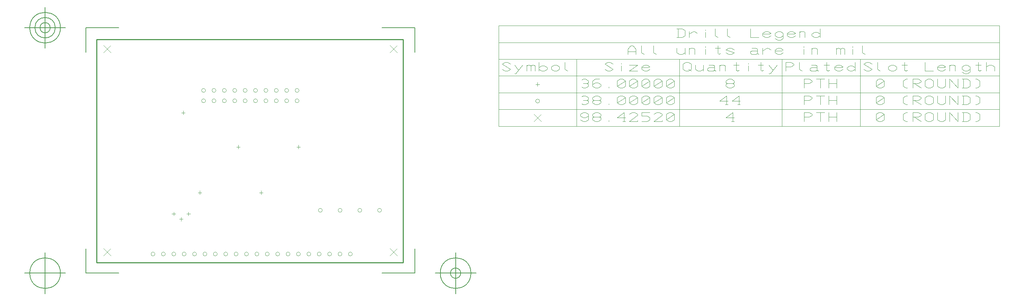
<source format=gbr>
G04 Generated by Ultiboard 13.0 *
%FSLAX25Y25*%
%MOIN*%

%ADD10C,0.00001*%
%ADD11C,0.00039*%
%ADD12C,0.00394*%
%ADD13C,0.01000*%
%ADD14C,0.00500*%


G04 ColorRGB 000000 for the following layer *
%LNDrill Symbols-Copper Top-Copper Bottom*%
%LPD*%
G54D11*
X97200Y69000D02*
X100800Y69000D01*
X99000Y67200D02*
X99000Y70800D01*
X156200Y69000D02*
X159800Y69000D01*
X158000Y67200D02*
X158000Y70800D01*
X136000Y111200D02*
X136000Y114800D01*
X134200Y113000D02*
X137800Y113000D01*
X192200Y113000D02*
X195800Y113000D01*
X194000Y111200D02*
X194000Y114800D01*
X81000Y41641D02*
X81000Y45241D01*
X79200Y43441D02*
X82800Y43441D01*
X72113Y48559D02*
X75713Y48559D01*
X73913Y46759D02*
X73913Y50359D01*
X88087Y46759D02*
X88087Y50359D01*
X86287Y48559D02*
X89887Y48559D01*
X213100Y52000D02*
G75*
D01*
G02X213100Y52000I1900J0*
G01*
X232100Y52000D02*
G75*
D01*
G02X232100Y52000I1900J0*
G01*
X251100Y52000D02*
G75*
D01*
G02X251100Y52000I1900J0*
G01*
X270100Y52000D02*
G75*
D01*
G02X270100Y52000I1900J0*
G01*
X130732Y157435D02*
G75*
D01*
G02X130732Y157435I1899J0*
G01*
X140732Y157435D02*
G75*
D01*
G02X140732Y157435I1899J0*
G01*
X150732Y157435D02*
G75*
D01*
G02X150732Y157435I1899J0*
G01*
X160732Y157435D02*
G75*
D01*
G02X160732Y157435I1899J0*
G01*
X170732Y157435D02*
G75*
D01*
G02X170732Y157435I1899J0*
G01*
X180732Y157435D02*
G75*
D01*
G02X180732Y157435I1899J0*
G01*
X190732Y157435D02*
G75*
D01*
G02X190732Y157435I1899J0*
G01*
X110732Y157435D02*
G75*
D01*
G02X110732Y157435I1899J0*
G01*
X190732Y167435D02*
G75*
D01*
G02X190732Y167435I1899J0*
G01*
X160732Y167435D02*
G75*
D01*
G02X160732Y167435I1899J0*
G01*
X170732Y167435D02*
G75*
D01*
G02X170732Y167435I1899J0*
G01*
X180732Y167435D02*
G75*
D01*
G02X180732Y167435I1899J0*
G01*
X140732Y167435D02*
G75*
D01*
G02X140732Y167435I1899J0*
G01*
X150732Y167435D02*
G75*
D01*
G02X150732Y167435I1899J0*
G01*
X130732Y167435D02*
G75*
D01*
G02X130732Y167435I1899J0*
G01*
X110732Y167435D02*
G75*
D01*
G02X110732Y167435I1899J0*
G01*
X120732Y167435D02*
G75*
D01*
G02X120732Y167435I1899J0*
G01*
X100732Y167435D02*
G75*
D01*
G02X100732Y167435I1899J0*
G01*
X120732Y157435D02*
G75*
D01*
G02X120732Y157435I1899J0*
G01*
X100732Y157435D02*
G75*
D01*
G02X100732Y157435I1899J0*
G01*
X132037Y9843D02*
G75*
D01*
G02X132037Y9843I1900J0*
G01*
X142037Y9843D02*
G75*
D01*
G02X142037Y9843I1900J0*
G01*
X152037Y9843D02*
G75*
D01*
G02X152037Y9843I1900J0*
G01*
X162037Y9843D02*
G75*
D01*
G02X162037Y9843I1900J0*
G01*
X172037Y9843D02*
G75*
D01*
G02X172037Y9843I1900J0*
G01*
X182037Y9843D02*
G75*
D01*
G02X182037Y9843I1900J0*
G01*
X192037Y9843D02*
G75*
D01*
G02X192037Y9843I1900J0*
G01*
X202037Y9843D02*
G75*
D01*
G02X202037Y9843I1900J0*
G01*
X212037Y9843D02*
G75*
D01*
G02X212037Y9843I1900J0*
G01*
X222037Y9843D02*
G75*
D01*
G02X222037Y9843I1900J0*
G01*
X232037Y9843D02*
G75*
D01*
G02X232037Y9843I1900J0*
G01*
X242037Y9843D02*
G75*
D01*
G02X242037Y9843I1900J0*
G01*
X62037Y9843D02*
G75*
D01*
G02X62037Y9843I1900J0*
G01*
X122037Y9843D02*
G75*
D01*
G02X122037Y9843I1900J0*
G01*
X52037Y9843D02*
G75*
D01*
G02X52037Y9843I1900J0*
G01*
X92037Y9843D02*
G75*
D01*
G02X92037Y9843I1900J0*
G01*
X72037Y9843D02*
G75*
D01*
G02X72037Y9843I1900J0*
G01*
X82037Y9843D02*
G75*
D01*
G02X82037Y9843I1900J0*
G01*
X112037Y9843D02*
G75*
D01*
G02X112037Y9843I1900J0*
G01*
X102037Y9843D02*
G75*
D01*
G02X102037Y9843I1900J0*
G01*
X83000Y144200D02*
X83000Y147800D01*
X81200Y146000D02*
X84800Y146000D01*
X422240Y157211D02*
G75*
D01*
G02X422240Y157211I1900J0*
G01*
X422340Y173353D02*
X425940Y173353D01*
X424140Y171553D02*
X424140Y175153D01*
G54D12*
X6363Y210960D02*
X13322Y204000D01*
X6363Y204000D02*
X13322Y210960D01*
X281953Y204000D02*
X288913Y210960D01*
X281953Y210960D02*
X288913Y204000D01*
X6363Y15291D02*
X13322Y8331D01*
X6363Y8331D02*
X13322Y15291D01*
X281953Y15291D02*
X288913Y8331D01*
X281953Y8331D02*
X288913Y15291D01*
X420660Y137589D02*
X427620Y144549D01*
X420660Y144549D02*
X427620Y137589D01*
X465216Y139382D02*
X467841Y137695D01*
X470466Y137695D01*
X473090Y139382D01*
X473090Y142757D01*
X473090Y144444D01*
X470466Y146131D01*
X467841Y146131D01*
X465216Y144444D01*
X465216Y142757D01*
X467841Y141069D01*
X470466Y141069D01*
X473090Y142757D01*
X482277Y137695D02*
X479652Y137695D01*
X477027Y139382D01*
X477027Y141069D01*
X478340Y141913D01*
X477027Y142757D01*
X477027Y144444D01*
X479652Y146131D01*
X482277Y146131D01*
X484901Y144444D01*
X484901Y142757D01*
X483589Y141913D01*
X484901Y141069D01*
X484901Y139382D01*
X482277Y137695D01*
X478340Y141913D02*
X483589Y141913D01*
X492775Y137695D02*
X492775Y138538D01*
X508523Y141069D02*
X500649Y141069D01*
X507211Y146131D01*
X507211Y137695D01*
X505899Y137695D02*
X508523Y137695D01*
X512460Y144444D02*
X515085Y146131D01*
X517710Y146131D01*
X520334Y144444D01*
X520334Y143600D01*
X512460Y137695D01*
X520334Y137695D01*
X520334Y138538D01*
X532145Y146131D02*
X524271Y146131D01*
X524271Y142757D01*
X529521Y142757D01*
X532145Y141069D01*
X532145Y139382D01*
X529521Y137695D01*
X524271Y137695D01*
X536082Y144444D02*
X538707Y146131D01*
X541332Y146131D01*
X543956Y144444D01*
X543956Y143600D01*
X536082Y137695D01*
X543956Y137695D01*
X543956Y138538D01*
X547893Y144444D02*
X550518Y146131D01*
X553143Y146131D01*
X555767Y144444D01*
X555767Y139382D01*
X553143Y137695D01*
X550518Y137695D01*
X547893Y139382D01*
X547893Y144444D01*
X555767Y144444D02*
X547893Y139382D01*
X613248Y141069D02*
X605374Y141069D01*
X611935Y146131D01*
X611935Y137695D01*
X610623Y137695D02*
X613248Y137695D01*
X680571Y137695D02*
X680571Y146131D01*
X685820Y146131D01*
X688445Y144444D01*
X688445Y143600D01*
X685820Y141913D01*
X680571Y141913D01*
X696319Y137695D02*
X696319Y146131D01*
X692382Y146131D02*
X700256Y146131D01*
X704193Y137695D02*
X704193Y146131D01*
X712067Y137695D02*
X712067Y146131D01*
X704193Y141913D02*
X712067Y141913D01*
X749862Y144444D02*
X752487Y146131D01*
X755111Y146131D01*
X757736Y144444D01*
X757736Y139382D01*
X755111Y137695D01*
X752487Y137695D01*
X749862Y139382D01*
X749862Y144444D01*
X757736Y144444D02*
X749862Y139382D01*
X780046Y137695D02*
X778733Y137695D01*
X776109Y139382D01*
X776109Y144444D01*
X778733Y146131D01*
X780046Y146131D01*
X785295Y137695D02*
X785295Y146131D01*
X790544Y146131D01*
X793169Y144444D01*
X793169Y143600D01*
X790544Y141913D01*
X785295Y141913D01*
X786607Y141913D02*
X793169Y137695D01*
X797106Y139382D02*
X799731Y137695D01*
X802355Y137695D01*
X804980Y139382D01*
X804980Y144444D01*
X802355Y146131D01*
X799731Y146131D01*
X797106Y144444D01*
X797106Y139382D01*
X808917Y146131D02*
X808917Y139382D01*
X811542Y137695D01*
X814166Y137695D01*
X816791Y139382D01*
X816791Y146131D01*
X820728Y137695D02*
X820728Y146131D01*
X828602Y137695D01*
X828602Y146131D01*
X832539Y137695D02*
X837788Y137695D01*
X840413Y139382D01*
X840413Y144444D01*
X837788Y146131D01*
X832539Y146131D01*
X833851Y146131D02*
X833851Y137695D01*
X845662Y146131D02*
X846975Y146131D01*
X849599Y144444D01*
X849599Y139382D01*
X846975Y137695D01*
X845662Y137695D01*
X466529Y161429D02*
X467841Y162273D01*
X470466Y162273D01*
X473090Y160586D01*
X473090Y158898D01*
X471778Y158055D01*
X473090Y157211D01*
X473090Y155524D01*
X470466Y153836D01*
X467841Y153836D01*
X466529Y154680D01*
X467841Y158055D02*
X471778Y158055D01*
X482277Y153836D02*
X479652Y153836D01*
X477027Y155524D01*
X477027Y157211D01*
X478340Y158055D01*
X477027Y158898D01*
X477027Y160586D01*
X479652Y162273D01*
X482277Y162273D01*
X484901Y160586D01*
X484901Y158898D01*
X483589Y158055D01*
X484901Y157211D01*
X484901Y155524D01*
X482277Y153836D01*
X478340Y158055D02*
X483589Y158055D01*
X492775Y153836D02*
X492775Y154680D01*
X500649Y160586D02*
X503274Y162273D01*
X505899Y162273D01*
X508523Y160586D01*
X508523Y155524D01*
X505899Y153836D01*
X503274Y153836D01*
X500649Y155524D01*
X500649Y160586D01*
X508523Y160586D02*
X500649Y155524D01*
X512460Y160586D02*
X515085Y162273D01*
X517710Y162273D01*
X520334Y160586D01*
X520334Y155524D01*
X517710Y153836D01*
X515085Y153836D01*
X512460Y155524D01*
X512460Y160586D01*
X520334Y160586D02*
X512460Y155524D01*
X524271Y160586D02*
X526896Y162273D01*
X529521Y162273D01*
X532145Y160586D01*
X532145Y155524D01*
X529521Y153836D01*
X526896Y153836D01*
X524271Y155524D01*
X524271Y160586D01*
X532145Y160586D02*
X524271Y155524D01*
X536082Y160586D02*
X538707Y162273D01*
X541332Y162273D01*
X543956Y160586D01*
X543956Y155524D01*
X541332Y153836D01*
X538707Y153836D01*
X536082Y155524D01*
X536082Y160586D01*
X543956Y160586D02*
X536082Y155524D01*
X547893Y160586D02*
X550518Y162273D01*
X553143Y162273D01*
X555767Y160586D01*
X555767Y155524D01*
X553143Y153836D01*
X550518Y153836D01*
X547893Y155524D01*
X547893Y160586D01*
X555767Y160586D02*
X547893Y155524D01*
X607342Y157211D02*
X599468Y157211D01*
X606030Y162273D01*
X606030Y153836D01*
X604718Y153836D02*
X607342Y153836D01*
X619153Y157211D02*
X611279Y157211D01*
X617841Y162273D01*
X617841Y153836D01*
X616529Y153836D02*
X619153Y153836D01*
X680571Y153836D02*
X680571Y162273D01*
X685820Y162273D01*
X688445Y160586D01*
X688445Y159742D01*
X685820Y158055D01*
X680571Y158055D01*
X696319Y153836D02*
X696319Y162273D01*
X692382Y162273D02*
X700256Y162273D01*
X704193Y153836D02*
X704193Y162273D01*
X712067Y153836D02*
X712067Y162273D01*
X704193Y158055D02*
X712067Y158055D01*
X749862Y160586D02*
X752487Y162273D01*
X755111Y162273D01*
X757736Y160586D01*
X757736Y155524D01*
X755111Y153836D01*
X752487Y153836D01*
X749862Y155524D01*
X749862Y160586D01*
X757736Y160586D02*
X749862Y155524D01*
X780046Y153836D02*
X778733Y153836D01*
X776109Y155524D01*
X776109Y160586D01*
X778733Y162273D01*
X780046Y162273D01*
X785295Y153836D02*
X785295Y162273D01*
X790544Y162273D01*
X793169Y160586D01*
X793169Y159742D01*
X790544Y158055D01*
X785295Y158055D01*
X786607Y158055D02*
X793169Y153836D01*
X797106Y155524D02*
X799731Y153836D01*
X802355Y153836D01*
X804980Y155524D01*
X804980Y160586D01*
X802355Y162273D01*
X799731Y162273D01*
X797106Y160586D01*
X797106Y155524D01*
X808917Y162273D02*
X808917Y155524D01*
X811542Y153836D01*
X814166Y153836D01*
X816791Y155524D01*
X816791Y162273D01*
X820728Y153836D02*
X820728Y162273D01*
X828602Y153836D01*
X828602Y162273D01*
X832539Y153836D02*
X837788Y153836D01*
X840413Y155524D01*
X840413Y160586D01*
X837788Y162273D01*
X832539Y162273D01*
X833851Y162273D02*
X833851Y153836D01*
X845662Y162273D02*
X846975Y162273D01*
X849599Y160586D01*
X849599Y155524D01*
X846975Y153836D01*
X845662Y153836D01*
X466529Y177571D02*
X467841Y178415D01*
X470466Y178415D01*
X473090Y176727D01*
X473090Y175040D01*
X471778Y174196D01*
X473090Y173353D01*
X473090Y171665D01*
X470466Y169978D01*
X467841Y169978D01*
X466529Y170822D01*
X467841Y174196D02*
X471778Y174196D01*
X483589Y178415D02*
X479652Y178415D01*
X477027Y176727D01*
X477027Y173353D01*
X477027Y171665D01*
X479652Y169978D01*
X482277Y169978D01*
X484901Y171665D01*
X484901Y173353D01*
X482277Y175040D01*
X479652Y175040D01*
X477027Y173353D01*
X492775Y169978D02*
X492775Y170822D01*
X500649Y176727D02*
X503274Y178415D01*
X505899Y178415D01*
X508523Y176727D01*
X508523Y171665D01*
X505899Y169978D01*
X503274Y169978D01*
X500649Y171665D01*
X500649Y176727D01*
X508523Y176727D02*
X500649Y171665D01*
X512460Y176727D02*
X515085Y178415D01*
X517710Y178415D01*
X520334Y176727D01*
X520334Y171665D01*
X517710Y169978D01*
X515085Y169978D01*
X512460Y171665D01*
X512460Y176727D01*
X520334Y176727D02*
X512460Y171665D01*
X524271Y176727D02*
X526896Y178415D01*
X529521Y178415D01*
X532145Y176727D01*
X532145Y171665D01*
X529521Y169978D01*
X526896Y169978D01*
X524271Y171665D01*
X524271Y176727D01*
X532145Y176727D02*
X524271Y171665D01*
X536082Y176727D02*
X538707Y178415D01*
X541332Y178415D01*
X543956Y176727D01*
X543956Y171665D01*
X541332Y169978D01*
X538707Y169978D01*
X536082Y171665D01*
X536082Y176727D01*
X543956Y176727D02*
X536082Y171665D01*
X547893Y176727D02*
X550518Y178415D01*
X553143Y178415D01*
X555767Y176727D01*
X555767Y171665D01*
X553143Y169978D01*
X550518Y169978D01*
X547893Y171665D01*
X547893Y176727D01*
X555767Y176727D02*
X547893Y171665D01*
X610623Y169978D02*
X607998Y169978D01*
X605374Y171665D01*
X605374Y173353D01*
X606686Y174196D01*
X605374Y175040D01*
X605374Y176727D01*
X607998Y178415D01*
X610623Y178415D01*
X613248Y176727D01*
X613248Y175040D01*
X611935Y174196D01*
X613248Y173353D01*
X613248Y171665D01*
X610623Y169978D01*
X606686Y174196D02*
X611935Y174196D01*
X680571Y169978D02*
X680571Y178415D01*
X685820Y178415D01*
X688445Y176727D01*
X688445Y175884D01*
X685820Y174196D01*
X680571Y174196D01*
X696319Y169978D02*
X696319Y178415D01*
X692382Y178415D02*
X700256Y178415D01*
X704193Y169978D02*
X704193Y178415D01*
X712067Y169978D02*
X712067Y178415D01*
X704193Y174196D02*
X712067Y174196D01*
X749862Y176727D02*
X752487Y178415D01*
X755111Y178415D01*
X757736Y176727D01*
X757736Y171665D01*
X755111Y169978D01*
X752487Y169978D01*
X749862Y171665D01*
X749862Y176727D01*
X757736Y176727D02*
X749862Y171665D01*
X780046Y169978D02*
X778733Y169978D01*
X776109Y171665D01*
X776109Y176727D01*
X778733Y178415D01*
X780046Y178415D01*
X785295Y169978D02*
X785295Y178415D01*
X790544Y178415D01*
X793169Y176727D01*
X793169Y175884D01*
X790544Y174196D01*
X785295Y174196D01*
X786607Y174196D02*
X793169Y169978D01*
X797106Y171665D02*
X799731Y169978D01*
X802355Y169978D01*
X804980Y171665D01*
X804980Y176727D01*
X802355Y178415D01*
X799731Y178415D01*
X797106Y176727D01*
X797106Y171665D01*
X808917Y178415D02*
X808917Y171665D01*
X811542Y169978D01*
X814166Y169978D01*
X816791Y171665D01*
X816791Y178415D01*
X820728Y169978D02*
X820728Y178415D01*
X828602Y169978D01*
X828602Y178415D01*
X832539Y169978D02*
X837788Y169978D01*
X840413Y171665D01*
X840413Y176727D01*
X837788Y178415D01*
X832539Y178415D01*
X833851Y178415D02*
X833851Y169978D01*
X845662Y178415D02*
X846975Y178415D01*
X849599Y176727D01*
X849599Y171665D01*
X846975Y169978D01*
X845662Y169978D01*
G04 ColorRGB 00FFFF for the following layer *
%LNBoard Outline*%
%LPD*%
G54D10*
G54D13*
X-500Y1575D02*
X294776Y1575D01*
X294776Y216535D01*
X-500Y216535D01*
X-500Y1575D01*
G54D14*
X-10557Y-8589D02*
X-10557Y15058D01*
X-10557Y-8589D02*
X21082Y-8589D01*
X305833Y-8589D02*
X274194Y-8589D01*
X305833Y-8589D02*
X305833Y15058D01*
X305833Y227880D02*
X305833Y204233D01*
X305833Y227880D02*
X274194Y227880D01*
X-10557Y227880D02*
X21082Y227880D01*
X-10557Y227880D02*
X-10557Y204233D01*
X-30243Y-8589D02*
X-69613Y-8589D01*
X-49928Y-28274D02*
X-49928Y11096D01*
X-64691Y-8589D02*
G75*
D01*
G02X-64691Y-8589I14763J0*
G01*
X325518Y-8589D02*
X364888Y-8589D01*
X345203Y-28274D02*
X345203Y11096D01*
X330439Y-8589D02*
G75*
D01*
G02X330439Y-8589I14764J0*
G01*
X340282Y-8589D02*
G75*
D01*
G02X340282Y-8589I4921J0*
G01*
X-30243Y227880D02*
X-69613Y227880D01*
X-49928Y208195D02*
X-49928Y247565D01*
X-64691Y227880D02*
G75*
D01*
G02X-64691Y227880I14763J0*
G01*
X-59770Y227880D02*
G75*
D01*
G02X-59770Y227880I9842J0*
G01*
X-54849Y227880D02*
G75*
D01*
G02X-54849Y227880I4921J0*
G01*
G04 ColorRGB 66FFCC for the following layer *
%LNLegend Description*%
%LPD*%
G54D12*
X386542Y132998D02*
X868825Y132998D01*
X868825Y229849D01*
X386542Y229849D01*
X386542Y132998D01*
X461739Y197565D02*
X461739Y132998D01*
X560557Y197565D02*
X560557Y132998D01*
X659376Y197565D02*
X659376Y132998D01*
X734573Y197565D02*
X734573Y132998D01*
X868825Y197565D02*
X868825Y132998D01*
X386542Y149140D02*
X868825Y149140D01*
X386542Y165282D02*
X868825Y165282D01*
X390019Y187807D02*
X392644Y186120D01*
X395269Y186120D01*
X397893Y187807D01*
X390019Y192869D01*
X392644Y194556D01*
X395269Y194556D01*
X397893Y192869D01*
X401830Y183589D02*
X403143Y183589D01*
X409704Y192025D01*
X401830Y192025D02*
X405767Y186964D01*
X413641Y186120D02*
X413641Y191182D01*
X413641Y192025D01*
X413641Y191182D02*
X414954Y192025D01*
X416266Y192025D01*
X417578Y191182D01*
X418891Y192025D01*
X420203Y192025D01*
X421515Y191182D01*
X421515Y186120D01*
X417578Y191182D02*
X417578Y186120D01*
X425452Y187807D02*
X428077Y186120D01*
X430702Y186120D01*
X433327Y187807D01*
X433327Y189494D01*
X430702Y191182D01*
X428077Y191182D01*
X425452Y189494D01*
X425452Y194556D02*
X425452Y186120D01*
X437264Y187807D02*
X439888Y186120D01*
X442513Y186120D01*
X445138Y187807D01*
X445138Y190338D01*
X442513Y192025D01*
X439888Y192025D01*
X437264Y190338D01*
X437264Y187807D01*
X450387Y194556D02*
X450387Y187807D01*
X453012Y186120D01*
X386542Y181424D02*
X868825Y181424D01*
X488838Y187807D02*
X491463Y186120D01*
X494088Y186120D01*
X496712Y187807D01*
X488838Y192869D01*
X491463Y194556D01*
X494088Y194556D01*
X496712Y192869D01*
X504586Y186120D02*
X504586Y191182D01*
X504586Y192869D02*
X504586Y193713D01*
X512460Y192025D02*
X520334Y192025D01*
X512460Y186120D01*
X520334Y186120D01*
X532145Y187807D02*
X529521Y186120D01*
X526896Y186120D01*
X524271Y187807D01*
X524271Y190338D01*
X526896Y192025D01*
X529521Y192025D01*
X532145Y190338D01*
X530833Y189494D01*
X524271Y189494D01*
X564035Y187807D02*
X566660Y186120D01*
X569285Y186120D01*
X571909Y187807D01*
X571909Y192869D01*
X569285Y194556D01*
X566660Y194556D01*
X564035Y192869D01*
X564035Y187807D01*
X569285Y187807D02*
X571909Y186120D01*
X575846Y192025D02*
X575846Y187807D01*
X578471Y186120D01*
X581096Y186120D01*
X583720Y187807D01*
X583720Y192025D01*
X583720Y187807D02*
X583720Y186120D01*
X588970Y192025D02*
X592907Y192025D01*
X594219Y191182D01*
X594219Y186964D01*
X592907Y186120D01*
X588970Y186120D01*
X587657Y186964D01*
X587657Y188651D01*
X588970Y189494D01*
X594219Y189494D01*
X594219Y186964D02*
X595531Y186120D01*
X599468Y186120D02*
X599468Y191182D01*
X599468Y192025D01*
X599468Y191182D02*
X600781Y192025D01*
X603405Y192025D01*
X604718Y191182D01*
X604718Y186120D01*
X617841Y186964D02*
X616529Y186120D01*
X615216Y186964D01*
X615216Y194556D01*
X612592Y192025D02*
X617841Y192025D01*
X627027Y186120D02*
X627027Y191182D01*
X627027Y192869D02*
X627027Y193713D01*
X641463Y186964D02*
X640151Y186120D01*
X638838Y186964D01*
X638838Y194556D01*
X636214Y192025D02*
X641463Y192025D01*
X646712Y183589D02*
X648025Y183589D01*
X654586Y192025D01*
X646712Y192025D02*
X650649Y186964D01*
X662854Y186120D02*
X662854Y194556D01*
X668103Y194556D01*
X670728Y192869D01*
X670728Y192025D01*
X668103Y190338D01*
X662854Y190338D01*
X675977Y194556D02*
X675977Y187807D01*
X678602Y186120D01*
X687788Y192025D02*
X691725Y192025D01*
X693038Y191182D01*
X693038Y186964D01*
X691725Y186120D01*
X687788Y186120D01*
X686476Y186964D01*
X686476Y188651D01*
X687788Y189494D01*
X693038Y189494D01*
X693038Y186964D02*
X694350Y186120D01*
X704849Y186964D02*
X703536Y186120D01*
X702224Y186964D01*
X702224Y194556D01*
X699599Y192025D02*
X704849Y192025D01*
X717972Y187807D02*
X715348Y186120D01*
X712723Y186120D01*
X710098Y187807D01*
X710098Y190338D01*
X712723Y192025D01*
X715348Y192025D01*
X717972Y190338D01*
X716660Y189494D01*
X710098Y189494D01*
X729783Y187807D02*
X727159Y186120D01*
X724534Y186120D01*
X721909Y187807D01*
X721909Y189494D01*
X724534Y191182D01*
X727159Y191182D01*
X729783Y189494D01*
X729783Y194556D02*
X729783Y186120D01*
X738051Y187807D02*
X740676Y186120D01*
X743300Y186120D01*
X745925Y187807D01*
X738051Y192869D01*
X740676Y194556D01*
X743300Y194556D01*
X745925Y192869D01*
X751174Y194556D02*
X751174Y187807D01*
X753799Y186120D01*
X761673Y187807D02*
X764298Y186120D01*
X766922Y186120D01*
X769547Y187807D01*
X769547Y190338D01*
X766922Y192025D01*
X764298Y192025D01*
X761673Y190338D01*
X761673Y187807D01*
X780046Y186964D02*
X778733Y186120D01*
X777421Y186964D01*
X777421Y194556D01*
X774796Y192025D02*
X780046Y192025D01*
X797106Y194556D02*
X797106Y186120D01*
X804980Y186120D01*
X816791Y187807D02*
X814166Y186120D01*
X811542Y186120D01*
X808917Y187807D01*
X808917Y190338D01*
X811542Y192025D01*
X814166Y192025D01*
X816791Y190338D01*
X815479Y189494D01*
X808917Y189494D01*
X820728Y186120D02*
X820728Y191182D01*
X820728Y192025D01*
X820728Y191182D02*
X822040Y192025D01*
X824665Y192025D01*
X825977Y191182D01*
X825977Y186120D01*
X832539Y185276D02*
X835164Y183589D01*
X837788Y183589D01*
X840413Y185276D01*
X840413Y187807D01*
X840413Y190338D01*
X837788Y192025D01*
X835164Y192025D01*
X832539Y190338D01*
X832539Y187807D01*
X835164Y186120D01*
X837788Y186120D01*
X840413Y187807D01*
X850912Y186964D02*
X849599Y186120D01*
X848287Y186964D01*
X848287Y194556D01*
X845662Y192025D02*
X850912Y192025D01*
X856161Y190338D02*
X858786Y192025D01*
X861410Y192025D01*
X864035Y190338D01*
X864035Y186120D01*
X856161Y194556D02*
X856161Y186120D01*
X386542Y197565D02*
X868825Y197565D01*
X510886Y202262D02*
X510886Y207324D01*
X513510Y210698D01*
X516135Y210698D01*
X518760Y207324D01*
X518760Y202262D01*
X510886Y204793D02*
X518760Y204793D01*
X524009Y210698D02*
X524009Y203949D01*
X526634Y202262D01*
X535820Y210698D02*
X535820Y203949D01*
X538445Y202262D01*
X558130Y208167D02*
X558130Y203949D01*
X560754Y202262D01*
X563379Y202262D01*
X566004Y203949D01*
X566004Y208167D01*
X566004Y203949D02*
X566004Y202262D01*
X569941Y202262D02*
X569941Y207324D01*
X569941Y208167D01*
X569941Y207324D02*
X571253Y208167D01*
X573878Y208167D01*
X575190Y207324D01*
X575190Y202262D01*
X585689Y202262D02*
X585689Y207324D01*
X585689Y209011D02*
X585689Y209854D01*
X600124Y203105D02*
X598812Y202262D01*
X597500Y203105D01*
X597500Y210698D01*
X594875Y208167D02*
X600124Y208167D01*
X605374Y203949D02*
X607998Y202262D01*
X610623Y202262D01*
X613248Y203949D01*
X605374Y206480D01*
X607998Y208167D01*
X610623Y208167D01*
X613248Y206480D01*
X630308Y208167D02*
X634245Y208167D01*
X635557Y207324D01*
X635557Y203105D01*
X634245Y202262D01*
X630308Y202262D01*
X628996Y203105D01*
X628996Y204793D01*
X630308Y205636D01*
X635557Y205636D01*
X635557Y203105D02*
X636870Y202262D01*
X640807Y205636D02*
X644744Y208167D01*
X646056Y208167D01*
X648681Y206480D01*
X640807Y202262D02*
X640807Y208167D01*
X660492Y203949D02*
X657867Y202262D01*
X655243Y202262D01*
X652618Y203949D01*
X652618Y206480D01*
X655243Y208167D01*
X657867Y208167D01*
X660492Y206480D01*
X659180Y205636D01*
X652618Y205636D01*
X680177Y202262D02*
X680177Y207324D01*
X680177Y209011D02*
X680177Y209854D01*
X688051Y202262D02*
X688051Y207324D01*
X688051Y208167D01*
X688051Y207324D02*
X689363Y208167D01*
X691988Y208167D01*
X693300Y207324D01*
X693300Y202262D01*
X711673Y202262D02*
X711673Y207324D01*
X711673Y208167D01*
X711673Y207324D02*
X712985Y208167D01*
X714298Y208167D01*
X715610Y207324D01*
X716922Y208167D01*
X718235Y208167D01*
X719547Y207324D01*
X719547Y202262D01*
X715610Y207324D02*
X715610Y202262D01*
X727421Y202262D02*
X727421Y207324D01*
X727421Y209011D02*
X727421Y209854D01*
X736607Y210698D02*
X736607Y203949D01*
X739232Y202262D01*
X386542Y213707D02*
X868825Y213707D01*
X558130Y218403D02*
X563379Y218403D01*
X566004Y220091D01*
X566004Y225153D01*
X563379Y226840D01*
X558130Y226840D01*
X559442Y226840D02*
X559442Y218403D01*
X569941Y221778D02*
X573878Y224309D01*
X575190Y224309D01*
X577815Y222622D01*
X569941Y218403D02*
X569941Y224309D01*
X585689Y218403D02*
X585689Y223465D01*
X585689Y225153D02*
X585689Y225996D01*
X594875Y226840D02*
X594875Y220091D01*
X597500Y218403D01*
X606686Y226840D02*
X606686Y220091D01*
X609311Y218403D01*
X628996Y226840D02*
X628996Y218403D01*
X636870Y218403D01*
X648681Y220091D02*
X646056Y218403D01*
X643431Y218403D01*
X640807Y220091D01*
X640807Y222622D01*
X643431Y224309D01*
X646056Y224309D01*
X648681Y222622D01*
X647369Y221778D01*
X640807Y221778D01*
X652618Y217560D02*
X655243Y215872D01*
X657867Y215872D01*
X660492Y217560D01*
X660492Y220091D01*
X660492Y222622D01*
X657867Y224309D01*
X655243Y224309D01*
X652618Y222622D01*
X652618Y220091D01*
X655243Y218403D01*
X657867Y218403D01*
X660492Y220091D01*
X672303Y220091D02*
X669678Y218403D01*
X667054Y218403D01*
X664429Y220091D01*
X664429Y222622D01*
X667054Y224309D01*
X669678Y224309D01*
X672303Y222622D01*
X670991Y221778D01*
X664429Y221778D01*
X676240Y218403D02*
X676240Y223465D01*
X676240Y224309D01*
X676240Y223465D02*
X677552Y224309D01*
X680177Y224309D01*
X681489Y223465D01*
X681489Y218403D01*
X695925Y220091D02*
X693300Y218403D01*
X690676Y218403D01*
X688051Y220091D01*
X688051Y221778D01*
X690676Y223465D01*
X693300Y223465D01*
X695925Y221778D01*
X695925Y226840D02*
X695925Y218403D01*

M02*

</source>
